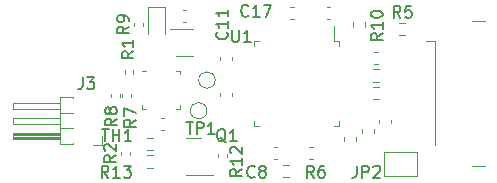
<source format=gbr>
%TF.GenerationSoftware,KiCad,Pcbnew,(7.0.0)*%
%TF.CreationDate,2023-03-08T14:18:51-08:00*%
%TF.ProjectId,ovrdrive,6f767264-7269-4766-952e-6b696361645f,rev?*%
%TF.SameCoordinates,Original*%
%TF.FileFunction,Legend,Top*%
%TF.FilePolarity,Positive*%
%FSLAX46Y46*%
G04 Gerber Fmt 4.6, Leading zero omitted, Abs format (unit mm)*
G04 Created by KiCad (PCBNEW (7.0.0)) date 2023-03-08 14:18:51*
%MOMM*%
%LPD*%
G01*
G04 APERTURE LIST*
%ADD10C,0.150000*%
%ADD11C,0.120000*%
G04 APERTURE END LIST*
D10*
%TO.C,TP1*%
X119938095Y-106667380D02*
X120509523Y-106667380D01*
X120223809Y-107667380D02*
X120223809Y-106667380D01*
X120842857Y-107667380D02*
X120842857Y-106667380D01*
X120842857Y-106667380D02*
X121223809Y-106667380D01*
X121223809Y-106667380D02*
X121319047Y-106715000D01*
X121319047Y-106715000D02*
X121366666Y-106762619D01*
X121366666Y-106762619D02*
X121414285Y-106857857D01*
X121414285Y-106857857D02*
X121414285Y-107000714D01*
X121414285Y-107000714D02*
X121366666Y-107095952D01*
X121366666Y-107095952D02*
X121319047Y-107143571D01*
X121319047Y-107143571D02*
X121223809Y-107191190D01*
X121223809Y-107191190D02*
X120842857Y-107191190D01*
X122366666Y-107667380D02*
X121795238Y-107667380D01*
X122080952Y-107667380D02*
X122080952Y-106667380D01*
X122080952Y-106667380D02*
X121985714Y-106810238D01*
X121985714Y-106810238D02*
X121890476Y-106905476D01*
X121890476Y-106905476D02*
X121795238Y-106953095D01*
%TO.C,R12*%
X124667380Y-110642857D02*
X124191190Y-110976190D01*
X124667380Y-111214285D02*
X123667380Y-111214285D01*
X123667380Y-111214285D02*
X123667380Y-110833333D01*
X123667380Y-110833333D02*
X123715000Y-110738095D01*
X123715000Y-110738095D02*
X123762619Y-110690476D01*
X123762619Y-110690476D02*
X123857857Y-110642857D01*
X123857857Y-110642857D02*
X124000714Y-110642857D01*
X124000714Y-110642857D02*
X124095952Y-110690476D01*
X124095952Y-110690476D02*
X124143571Y-110738095D01*
X124143571Y-110738095D02*
X124191190Y-110833333D01*
X124191190Y-110833333D02*
X124191190Y-111214285D01*
X124667380Y-109690476D02*
X124667380Y-110261904D01*
X124667380Y-109976190D02*
X123667380Y-109976190D01*
X123667380Y-109976190D02*
X123810238Y-110071428D01*
X123810238Y-110071428D02*
X123905476Y-110166666D01*
X123905476Y-110166666D02*
X123953095Y-110261904D01*
X123762619Y-109309523D02*
X123715000Y-109261904D01*
X123715000Y-109261904D02*
X123667380Y-109166666D01*
X123667380Y-109166666D02*
X123667380Y-108928571D01*
X123667380Y-108928571D02*
X123715000Y-108833333D01*
X123715000Y-108833333D02*
X123762619Y-108785714D01*
X123762619Y-108785714D02*
X123857857Y-108738095D01*
X123857857Y-108738095D02*
X123953095Y-108738095D01*
X123953095Y-108738095D02*
X124095952Y-108785714D01*
X124095952Y-108785714D02*
X124667380Y-109357142D01*
X124667380Y-109357142D02*
X124667380Y-108738095D01*
%TO.C,C17*%
X125207142Y-97622142D02*
X125159523Y-97669761D01*
X125159523Y-97669761D02*
X125016666Y-97717380D01*
X125016666Y-97717380D02*
X124921428Y-97717380D01*
X124921428Y-97717380D02*
X124778571Y-97669761D01*
X124778571Y-97669761D02*
X124683333Y-97574523D01*
X124683333Y-97574523D02*
X124635714Y-97479285D01*
X124635714Y-97479285D02*
X124588095Y-97288809D01*
X124588095Y-97288809D02*
X124588095Y-97145952D01*
X124588095Y-97145952D02*
X124635714Y-96955476D01*
X124635714Y-96955476D02*
X124683333Y-96860238D01*
X124683333Y-96860238D02*
X124778571Y-96765000D01*
X124778571Y-96765000D02*
X124921428Y-96717380D01*
X124921428Y-96717380D02*
X125016666Y-96717380D01*
X125016666Y-96717380D02*
X125159523Y-96765000D01*
X125159523Y-96765000D02*
X125207142Y-96812619D01*
X126159523Y-97717380D02*
X125588095Y-97717380D01*
X125873809Y-97717380D02*
X125873809Y-96717380D01*
X125873809Y-96717380D02*
X125778571Y-96860238D01*
X125778571Y-96860238D02*
X125683333Y-96955476D01*
X125683333Y-96955476D02*
X125588095Y-97003095D01*
X126492857Y-96717380D02*
X127159523Y-96717380D01*
X127159523Y-96717380D02*
X126730952Y-97717380D01*
%TO.C,R13*%
X113357142Y-111367380D02*
X113023809Y-110891190D01*
X112785714Y-111367380D02*
X112785714Y-110367380D01*
X112785714Y-110367380D02*
X113166666Y-110367380D01*
X113166666Y-110367380D02*
X113261904Y-110415000D01*
X113261904Y-110415000D02*
X113309523Y-110462619D01*
X113309523Y-110462619D02*
X113357142Y-110557857D01*
X113357142Y-110557857D02*
X113357142Y-110700714D01*
X113357142Y-110700714D02*
X113309523Y-110795952D01*
X113309523Y-110795952D02*
X113261904Y-110843571D01*
X113261904Y-110843571D02*
X113166666Y-110891190D01*
X113166666Y-110891190D02*
X112785714Y-110891190D01*
X114309523Y-111367380D02*
X113738095Y-111367380D01*
X114023809Y-111367380D02*
X114023809Y-110367380D01*
X114023809Y-110367380D02*
X113928571Y-110510238D01*
X113928571Y-110510238D02*
X113833333Y-110605476D01*
X113833333Y-110605476D02*
X113738095Y-110653095D01*
X114642857Y-110367380D02*
X115261904Y-110367380D01*
X115261904Y-110367380D02*
X114928571Y-110748333D01*
X114928571Y-110748333D02*
X115071428Y-110748333D01*
X115071428Y-110748333D02*
X115166666Y-110795952D01*
X115166666Y-110795952D02*
X115214285Y-110843571D01*
X115214285Y-110843571D02*
X115261904Y-110938809D01*
X115261904Y-110938809D02*
X115261904Y-111176904D01*
X115261904Y-111176904D02*
X115214285Y-111272142D01*
X115214285Y-111272142D02*
X115166666Y-111319761D01*
X115166666Y-111319761D02*
X115071428Y-111367380D01*
X115071428Y-111367380D02*
X114785714Y-111367380D01*
X114785714Y-111367380D02*
X114690476Y-111319761D01*
X114690476Y-111319761D02*
X114642857Y-111272142D01*
%TO.C,R5*%
X138083333Y-97817380D02*
X137750000Y-97341190D01*
X137511905Y-97817380D02*
X137511905Y-96817380D01*
X137511905Y-96817380D02*
X137892857Y-96817380D01*
X137892857Y-96817380D02*
X137988095Y-96865000D01*
X137988095Y-96865000D02*
X138035714Y-96912619D01*
X138035714Y-96912619D02*
X138083333Y-97007857D01*
X138083333Y-97007857D02*
X138083333Y-97150714D01*
X138083333Y-97150714D02*
X138035714Y-97245952D01*
X138035714Y-97245952D02*
X137988095Y-97293571D01*
X137988095Y-97293571D02*
X137892857Y-97341190D01*
X137892857Y-97341190D02*
X137511905Y-97341190D01*
X138988095Y-96817380D02*
X138511905Y-96817380D01*
X138511905Y-96817380D02*
X138464286Y-97293571D01*
X138464286Y-97293571D02*
X138511905Y-97245952D01*
X138511905Y-97245952D02*
X138607143Y-97198333D01*
X138607143Y-97198333D02*
X138845238Y-97198333D01*
X138845238Y-97198333D02*
X138940476Y-97245952D01*
X138940476Y-97245952D02*
X138988095Y-97293571D01*
X138988095Y-97293571D02*
X139035714Y-97388809D01*
X139035714Y-97388809D02*
X139035714Y-97626904D01*
X139035714Y-97626904D02*
X138988095Y-97722142D01*
X138988095Y-97722142D02*
X138940476Y-97769761D01*
X138940476Y-97769761D02*
X138845238Y-97817380D01*
X138845238Y-97817380D02*
X138607143Y-97817380D01*
X138607143Y-97817380D02*
X138511905Y-97769761D01*
X138511905Y-97769761D02*
X138464286Y-97722142D01*
%TO.C,R7*%
X115667380Y-106466666D02*
X115191190Y-106799999D01*
X115667380Y-107038094D02*
X114667380Y-107038094D01*
X114667380Y-107038094D02*
X114667380Y-106657142D01*
X114667380Y-106657142D02*
X114715000Y-106561904D01*
X114715000Y-106561904D02*
X114762619Y-106514285D01*
X114762619Y-106514285D02*
X114857857Y-106466666D01*
X114857857Y-106466666D02*
X115000714Y-106466666D01*
X115000714Y-106466666D02*
X115095952Y-106514285D01*
X115095952Y-106514285D02*
X115143571Y-106561904D01*
X115143571Y-106561904D02*
X115191190Y-106657142D01*
X115191190Y-106657142D02*
X115191190Y-107038094D01*
X114667380Y-106133332D02*
X114667380Y-105466666D01*
X114667380Y-105466666D02*
X115667380Y-105895237D01*
%TO.C,J3*%
X111166666Y-102867380D02*
X111166666Y-103581666D01*
X111166666Y-103581666D02*
X111119047Y-103724523D01*
X111119047Y-103724523D02*
X111023809Y-103819761D01*
X111023809Y-103819761D02*
X110880952Y-103867380D01*
X110880952Y-103867380D02*
X110785714Y-103867380D01*
X111547619Y-102867380D02*
X112166666Y-102867380D01*
X112166666Y-102867380D02*
X111833333Y-103248333D01*
X111833333Y-103248333D02*
X111976190Y-103248333D01*
X111976190Y-103248333D02*
X112071428Y-103295952D01*
X112071428Y-103295952D02*
X112119047Y-103343571D01*
X112119047Y-103343571D02*
X112166666Y-103438809D01*
X112166666Y-103438809D02*
X112166666Y-103676904D01*
X112166666Y-103676904D02*
X112119047Y-103772142D01*
X112119047Y-103772142D02*
X112071428Y-103819761D01*
X112071428Y-103819761D02*
X111976190Y-103867380D01*
X111976190Y-103867380D02*
X111690476Y-103867380D01*
X111690476Y-103867380D02*
X111595238Y-103819761D01*
X111595238Y-103819761D02*
X111547619Y-103772142D01*
%TO.C,R1*%
X115467380Y-100666666D02*
X114991190Y-100999999D01*
X115467380Y-101238094D02*
X114467380Y-101238094D01*
X114467380Y-101238094D02*
X114467380Y-100857142D01*
X114467380Y-100857142D02*
X114515000Y-100761904D01*
X114515000Y-100761904D02*
X114562619Y-100714285D01*
X114562619Y-100714285D02*
X114657857Y-100666666D01*
X114657857Y-100666666D02*
X114800714Y-100666666D01*
X114800714Y-100666666D02*
X114895952Y-100714285D01*
X114895952Y-100714285D02*
X114943571Y-100761904D01*
X114943571Y-100761904D02*
X114991190Y-100857142D01*
X114991190Y-100857142D02*
X114991190Y-101238094D01*
X115467380Y-99714285D02*
X115467380Y-100285713D01*
X115467380Y-99999999D02*
X114467380Y-99999999D01*
X114467380Y-99999999D02*
X114610238Y-100095237D01*
X114610238Y-100095237D02*
X114705476Y-100190475D01*
X114705476Y-100190475D02*
X114753095Y-100285713D01*
%TO.C,C8*%
X125733333Y-111272142D02*
X125685714Y-111319761D01*
X125685714Y-111319761D02*
X125542857Y-111367380D01*
X125542857Y-111367380D02*
X125447619Y-111367380D01*
X125447619Y-111367380D02*
X125304762Y-111319761D01*
X125304762Y-111319761D02*
X125209524Y-111224523D01*
X125209524Y-111224523D02*
X125161905Y-111129285D01*
X125161905Y-111129285D02*
X125114286Y-110938809D01*
X125114286Y-110938809D02*
X125114286Y-110795952D01*
X125114286Y-110795952D02*
X125161905Y-110605476D01*
X125161905Y-110605476D02*
X125209524Y-110510238D01*
X125209524Y-110510238D02*
X125304762Y-110415000D01*
X125304762Y-110415000D02*
X125447619Y-110367380D01*
X125447619Y-110367380D02*
X125542857Y-110367380D01*
X125542857Y-110367380D02*
X125685714Y-110415000D01*
X125685714Y-110415000D02*
X125733333Y-110462619D01*
X126304762Y-110795952D02*
X126209524Y-110748333D01*
X126209524Y-110748333D02*
X126161905Y-110700714D01*
X126161905Y-110700714D02*
X126114286Y-110605476D01*
X126114286Y-110605476D02*
X126114286Y-110557857D01*
X126114286Y-110557857D02*
X126161905Y-110462619D01*
X126161905Y-110462619D02*
X126209524Y-110415000D01*
X126209524Y-110415000D02*
X126304762Y-110367380D01*
X126304762Y-110367380D02*
X126495238Y-110367380D01*
X126495238Y-110367380D02*
X126590476Y-110415000D01*
X126590476Y-110415000D02*
X126638095Y-110462619D01*
X126638095Y-110462619D02*
X126685714Y-110557857D01*
X126685714Y-110557857D02*
X126685714Y-110605476D01*
X126685714Y-110605476D02*
X126638095Y-110700714D01*
X126638095Y-110700714D02*
X126590476Y-110748333D01*
X126590476Y-110748333D02*
X126495238Y-110795952D01*
X126495238Y-110795952D02*
X126304762Y-110795952D01*
X126304762Y-110795952D02*
X126209524Y-110843571D01*
X126209524Y-110843571D02*
X126161905Y-110891190D01*
X126161905Y-110891190D02*
X126114286Y-110986428D01*
X126114286Y-110986428D02*
X126114286Y-111176904D01*
X126114286Y-111176904D02*
X126161905Y-111272142D01*
X126161905Y-111272142D02*
X126209524Y-111319761D01*
X126209524Y-111319761D02*
X126304762Y-111367380D01*
X126304762Y-111367380D02*
X126495238Y-111367380D01*
X126495238Y-111367380D02*
X126590476Y-111319761D01*
X126590476Y-111319761D02*
X126638095Y-111272142D01*
X126638095Y-111272142D02*
X126685714Y-111176904D01*
X126685714Y-111176904D02*
X126685714Y-110986428D01*
X126685714Y-110986428D02*
X126638095Y-110891190D01*
X126638095Y-110891190D02*
X126590476Y-110843571D01*
X126590476Y-110843571D02*
X126495238Y-110795952D01*
%TO.C,Q1*%
X123304761Y-108362619D02*
X123209523Y-108315000D01*
X123209523Y-108315000D02*
X123114285Y-108219761D01*
X123114285Y-108219761D02*
X122971428Y-108076904D01*
X122971428Y-108076904D02*
X122876190Y-108029285D01*
X122876190Y-108029285D02*
X122780952Y-108029285D01*
X122828571Y-108267380D02*
X122733333Y-108219761D01*
X122733333Y-108219761D02*
X122638095Y-108124523D01*
X122638095Y-108124523D02*
X122590476Y-107934047D01*
X122590476Y-107934047D02*
X122590476Y-107600714D01*
X122590476Y-107600714D02*
X122638095Y-107410238D01*
X122638095Y-107410238D02*
X122733333Y-107315000D01*
X122733333Y-107315000D02*
X122828571Y-107267380D01*
X122828571Y-107267380D02*
X123019047Y-107267380D01*
X123019047Y-107267380D02*
X123114285Y-107315000D01*
X123114285Y-107315000D02*
X123209523Y-107410238D01*
X123209523Y-107410238D02*
X123257142Y-107600714D01*
X123257142Y-107600714D02*
X123257142Y-107934047D01*
X123257142Y-107934047D02*
X123209523Y-108124523D01*
X123209523Y-108124523D02*
X123114285Y-108219761D01*
X123114285Y-108219761D02*
X123019047Y-108267380D01*
X123019047Y-108267380D02*
X122828571Y-108267380D01*
X124209523Y-108267380D02*
X123638095Y-108267380D01*
X123923809Y-108267380D02*
X123923809Y-107267380D01*
X123923809Y-107267380D02*
X123828571Y-107410238D01*
X123828571Y-107410238D02*
X123733333Y-107505476D01*
X123733333Y-107505476D02*
X123638095Y-107553095D01*
%TO.C,JP2*%
X134366666Y-110367380D02*
X134366666Y-111081666D01*
X134366666Y-111081666D02*
X134319047Y-111224523D01*
X134319047Y-111224523D02*
X134223809Y-111319761D01*
X134223809Y-111319761D02*
X134080952Y-111367380D01*
X134080952Y-111367380D02*
X133985714Y-111367380D01*
X134842857Y-111367380D02*
X134842857Y-110367380D01*
X134842857Y-110367380D02*
X135223809Y-110367380D01*
X135223809Y-110367380D02*
X135319047Y-110415000D01*
X135319047Y-110415000D02*
X135366666Y-110462619D01*
X135366666Y-110462619D02*
X135414285Y-110557857D01*
X135414285Y-110557857D02*
X135414285Y-110700714D01*
X135414285Y-110700714D02*
X135366666Y-110795952D01*
X135366666Y-110795952D02*
X135319047Y-110843571D01*
X135319047Y-110843571D02*
X135223809Y-110891190D01*
X135223809Y-110891190D02*
X134842857Y-110891190D01*
X135795238Y-110462619D02*
X135842857Y-110415000D01*
X135842857Y-110415000D02*
X135938095Y-110367380D01*
X135938095Y-110367380D02*
X136176190Y-110367380D01*
X136176190Y-110367380D02*
X136271428Y-110415000D01*
X136271428Y-110415000D02*
X136319047Y-110462619D01*
X136319047Y-110462619D02*
X136366666Y-110557857D01*
X136366666Y-110557857D02*
X136366666Y-110653095D01*
X136366666Y-110653095D02*
X136319047Y-110795952D01*
X136319047Y-110795952D02*
X135747619Y-111367380D01*
X135747619Y-111367380D02*
X136366666Y-111367380D01*
%TO.C,R9*%
X115097380Y-98566666D02*
X114621190Y-98899999D01*
X115097380Y-99138094D02*
X114097380Y-99138094D01*
X114097380Y-99138094D02*
X114097380Y-98757142D01*
X114097380Y-98757142D02*
X114145000Y-98661904D01*
X114145000Y-98661904D02*
X114192619Y-98614285D01*
X114192619Y-98614285D02*
X114287857Y-98566666D01*
X114287857Y-98566666D02*
X114430714Y-98566666D01*
X114430714Y-98566666D02*
X114525952Y-98614285D01*
X114525952Y-98614285D02*
X114573571Y-98661904D01*
X114573571Y-98661904D02*
X114621190Y-98757142D01*
X114621190Y-98757142D02*
X114621190Y-99138094D01*
X115097380Y-98090475D02*
X115097380Y-97899999D01*
X115097380Y-97899999D02*
X115049761Y-97804761D01*
X115049761Y-97804761D02*
X115002142Y-97757142D01*
X115002142Y-97757142D02*
X114859285Y-97661904D01*
X114859285Y-97661904D02*
X114668809Y-97614285D01*
X114668809Y-97614285D02*
X114287857Y-97614285D01*
X114287857Y-97614285D02*
X114192619Y-97661904D01*
X114192619Y-97661904D02*
X114145000Y-97709523D01*
X114145000Y-97709523D02*
X114097380Y-97804761D01*
X114097380Y-97804761D02*
X114097380Y-97995237D01*
X114097380Y-97995237D02*
X114145000Y-98090475D01*
X114145000Y-98090475D02*
X114192619Y-98138094D01*
X114192619Y-98138094D02*
X114287857Y-98185713D01*
X114287857Y-98185713D02*
X114525952Y-98185713D01*
X114525952Y-98185713D02*
X114621190Y-98138094D01*
X114621190Y-98138094D02*
X114668809Y-98090475D01*
X114668809Y-98090475D02*
X114716428Y-97995237D01*
X114716428Y-97995237D02*
X114716428Y-97804761D01*
X114716428Y-97804761D02*
X114668809Y-97709523D01*
X114668809Y-97709523D02*
X114621190Y-97661904D01*
X114621190Y-97661904D02*
X114525952Y-97614285D01*
%TO.C,R10*%
X136567380Y-99142857D02*
X136091190Y-99476190D01*
X136567380Y-99714285D02*
X135567380Y-99714285D01*
X135567380Y-99714285D02*
X135567380Y-99333333D01*
X135567380Y-99333333D02*
X135615000Y-99238095D01*
X135615000Y-99238095D02*
X135662619Y-99190476D01*
X135662619Y-99190476D02*
X135757857Y-99142857D01*
X135757857Y-99142857D02*
X135900714Y-99142857D01*
X135900714Y-99142857D02*
X135995952Y-99190476D01*
X135995952Y-99190476D02*
X136043571Y-99238095D01*
X136043571Y-99238095D02*
X136091190Y-99333333D01*
X136091190Y-99333333D02*
X136091190Y-99714285D01*
X136567380Y-98190476D02*
X136567380Y-98761904D01*
X136567380Y-98476190D02*
X135567380Y-98476190D01*
X135567380Y-98476190D02*
X135710238Y-98571428D01*
X135710238Y-98571428D02*
X135805476Y-98666666D01*
X135805476Y-98666666D02*
X135853095Y-98761904D01*
X135567380Y-97571428D02*
X135567380Y-97476190D01*
X135567380Y-97476190D02*
X135615000Y-97380952D01*
X135615000Y-97380952D02*
X135662619Y-97333333D01*
X135662619Y-97333333D02*
X135757857Y-97285714D01*
X135757857Y-97285714D02*
X135948333Y-97238095D01*
X135948333Y-97238095D02*
X136186428Y-97238095D01*
X136186428Y-97238095D02*
X136376904Y-97285714D01*
X136376904Y-97285714D02*
X136472142Y-97333333D01*
X136472142Y-97333333D02*
X136519761Y-97380952D01*
X136519761Y-97380952D02*
X136567380Y-97476190D01*
X136567380Y-97476190D02*
X136567380Y-97571428D01*
X136567380Y-97571428D02*
X136519761Y-97666666D01*
X136519761Y-97666666D02*
X136472142Y-97714285D01*
X136472142Y-97714285D02*
X136376904Y-97761904D01*
X136376904Y-97761904D02*
X136186428Y-97809523D01*
X136186428Y-97809523D02*
X135948333Y-97809523D01*
X135948333Y-97809523D02*
X135757857Y-97761904D01*
X135757857Y-97761904D02*
X135662619Y-97714285D01*
X135662619Y-97714285D02*
X135615000Y-97666666D01*
X135615000Y-97666666D02*
X135567380Y-97571428D01*
%TO.C,R2*%
X113997380Y-109466666D02*
X113521190Y-109799999D01*
X113997380Y-110038094D02*
X112997380Y-110038094D01*
X112997380Y-110038094D02*
X112997380Y-109657142D01*
X112997380Y-109657142D02*
X113045000Y-109561904D01*
X113045000Y-109561904D02*
X113092619Y-109514285D01*
X113092619Y-109514285D02*
X113187857Y-109466666D01*
X113187857Y-109466666D02*
X113330714Y-109466666D01*
X113330714Y-109466666D02*
X113425952Y-109514285D01*
X113425952Y-109514285D02*
X113473571Y-109561904D01*
X113473571Y-109561904D02*
X113521190Y-109657142D01*
X113521190Y-109657142D02*
X113521190Y-110038094D01*
X113092619Y-109085713D02*
X113045000Y-109038094D01*
X113045000Y-109038094D02*
X112997380Y-108942856D01*
X112997380Y-108942856D02*
X112997380Y-108704761D01*
X112997380Y-108704761D02*
X113045000Y-108609523D01*
X113045000Y-108609523D02*
X113092619Y-108561904D01*
X113092619Y-108561904D02*
X113187857Y-108514285D01*
X113187857Y-108514285D02*
X113283095Y-108514285D01*
X113283095Y-108514285D02*
X113425952Y-108561904D01*
X113425952Y-108561904D02*
X113997380Y-109133332D01*
X113997380Y-109133332D02*
X113997380Y-108514285D01*
%TO.C,TH1*%
X112814286Y-107267380D02*
X113385714Y-107267380D01*
X113100000Y-108267380D02*
X113100000Y-107267380D01*
X113719048Y-108267380D02*
X113719048Y-107267380D01*
X113719048Y-107743571D02*
X114290476Y-107743571D01*
X114290476Y-108267380D02*
X114290476Y-107267380D01*
X115290476Y-108267380D02*
X114719048Y-108267380D01*
X115004762Y-108267380D02*
X115004762Y-107267380D01*
X115004762Y-107267380D02*
X114909524Y-107410238D01*
X114909524Y-107410238D02*
X114814286Y-107505476D01*
X114814286Y-107505476D02*
X114719048Y-107553095D01*
%TO.C,C11*%
X123372142Y-99042857D02*
X123419761Y-99090476D01*
X123419761Y-99090476D02*
X123467380Y-99233333D01*
X123467380Y-99233333D02*
X123467380Y-99328571D01*
X123467380Y-99328571D02*
X123419761Y-99471428D01*
X123419761Y-99471428D02*
X123324523Y-99566666D01*
X123324523Y-99566666D02*
X123229285Y-99614285D01*
X123229285Y-99614285D02*
X123038809Y-99661904D01*
X123038809Y-99661904D02*
X122895952Y-99661904D01*
X122895952Y-99661904D02*
X122705476Y-99614285D01*
X122705476Y-99614285D02*
X122610238Y-99566666D01*
X122610238Y-99566666D02*
X122515000Y-99471428D01*
X122515000Y-99471428D02*
X122467380Y-99328571D01*
X122467380Y-99328571D02*
X122467380Y-99233333D01*
X122467380Y-99233333D02*
X122515000Y-99090476D01*
X122515000Y-99090476D02*
X122562619Y-99042857D01*
X123467380Y-98090476D02*
X123467380Y-98661904D01*
X123467380Y-98376190D02*
X122467380Y-98376190D01*
X122467380Y-98376190D02*
X122610238Y-98471428D01*
X122610238Y-98471428D02*
X122705476Y-98566666D01*
X122705476Y-98566666D02*
X122753095Y-98661904D01*
X123467380Y-97138095D02*
X123467380Y-97709523D01*
X123467380Y-97423809D02*
X122467380Y-97423809D01*
X122467380Y-97423809D02*
X122610238Y-97519047D01*
X122610238Y-97519047D02*
X122705476Y-97614285D01*
X122705476Y-97614285D02*
X122753095Y-97709523D01*
%TO.C,R6*%
X130733333Y-111367380D02*
X130400000Y-110891190D01*
X130161905Y-111367380D02*
X130161905Y-110367380D01*
X130161905Y-110367380D02*
X130542857Y-110367380D01*
X130542857Y-110367380D02*
X130638095Y-110415000D01*
X130638095Y-110415000D02*
X130685714Y-110462619D01*
X130685714Y-110462619D02*
X130733333Y-110557857D01*
X130733333Y-110557857D02*
X130733333Y-110700714D01*
X130733333Y-110700714D02*
X130685714Y-110795952D01*
X130685714Y-110795952D02*
X130638095Y-110843571D01*
X130638095Y-110843571D02*
X130542857Y-110891190D01*
X130542857Y-110891190D02*
X130161905Y-110891190D01*
X131590476Y-110367380D02*
X131400000Y-110367380D01*
X131400000Y-110367380D02*
X131304762Y-110415000D01*
X131304762Y-110415000D02*
X131257143Y-110462619D01*
X131257143Y-110462619D02*
X131161905Y-110605476D01*
X131161905Y-110605476D02*
X131114286Y-110795952D01*
X131114286Y-110795952D02*
X131114286Y-111176904D01*
X131114286Y-111176904D02*
X131161905Y-111272142D01*
X131161905Y-111272142D02*
X131209524Y-111319761D01*
X131209524Y-111319761D02*
X131304762Y-111367380D01*
X131304762Y-111367380D02*
X131495238Y-111367380D01*
X131495238Y-111367380D02*
X131590476Y-111319761D01*
X131590476Y-111319761D02*
X131638095Y-111272142D01*
X131638095Y-111272142D02*
X131685714Y-111176904D01*
X131685714Y-111176904D02*
X131685714Y-110938809D01*
X131685714Y-110938809D02*
X131638095Y-110843571D01*
X131638095Y-110843571D02*
X131590476Y-110795952D01*
X131590476Y-110795952D02*
X131495238Y-110748333D01*
X131495238Y-110748333D02*
X131304762Y-110748333D01*
X131304762Y-110748333D02*
X131209524Y-110795952D01*
X131209524Y-110795952D02*
X131161905Y-110843571D01*
X131161905Y-110843571D02*
X131114286Y-110938809D01*
%TO.C,R8*%
X114067380Y-106366666D02*
X113591190Y-106699999D01*
X114067380Y-106938094D02*
X113067380Y-106938094D01*
X113067380Y-106938094D02*
X113067380Y-106557142D01*
X113067380Y-106557142D02*
X113115000Y-106461904D01*
X113115000Y-106461904D02*
X113162619Y-106414285D01*
X113162619Y-106414285D02*
X113257857Y-106366666D01*
X113257857Y-106366666D02*
X113400714Y-106366666D01*
X113400714Y-106366666D02*
X113495952Y-106414285D01*
X113495952Y-106414285D02*
X113543571Y-106461904D01*
X113543571Y-106461904D02*
X113591190Y-106557142D01*
X113591190Y-106557142D02*
X113591190Y-106938094D01*
X113495952Y-105795237D02*
X113448333Y-105890475D01*
X113448333Y-105890475D02*
X113400714Y-105938094D01*
X113400714Y-105938094D02*
X113305476Y-105985713D01*
X113305476Y-105985713D02*
X113257857Y-105985713D01*
X113257857Y-105985713D02*
X113162619Y-105938094D01*
X113162619Y-105938094D02*
X113115000Y-105890475D01*
X113115000Y-105890475D02*
X113067380Y-105795237D01*
X113067380Y-105795237D02*
X113067380Y-105604761D01*
X113067380Y-105604761D02*
X113115000Y-105509523D01*
X113115000Y-105509523D02*
X113162619Y-105461904D01*
X113162619Y-105461904D02*
X113257857Y-105414285D01*
X113257857Y-105414285D02*
X113305476Y-105414285D01*
X113305476Y-105414285D02*
X113400714Y-105461904D01*
X113400714Y-105461904D02*
X113448333Y-105509523D01*
X113448333Y-105509523D02*
X113495952Y-105604761D01*
X113495952Y-105604761D02*
X113495952Y-105795237D01*
X113495952Y-105795237D02*
X113543571Y-105890475D01*
X113543571Y-105890475D02*
X113591190Y-105938094D01*
X113591190Y-105938094D02*
X113686428Y-105985713D01*
X113686428Y-105985713D02*
X113876904Y-105985713D01*
X113876904Y-105985713D02*
X113972142Y-105938094D01*
X113972142Y-105938094D02*
X114019761Y-105890475D01*
X114019761Y-105890475D02*
X114067380Y-105795237D01*
X114067380Y-105795237D02*
X114067380Y-105604761D01*
X114067380Y-105604761D02*
X114019761Y-105509523D01*
X114019761Y-105509523D02*
X113972142Y-105461904D01*
X113972142Y-105461904D02*
X113876904Y-105414285D01*
X113876904Y-105414285D02*
X113686428Y-105414285D01*
X113686428Y-105414285D02*
X113591190Y-105461904D01*
X113591190Y-105461904D02*
X113543571Y-105509523D01*
X113543571Y-105509523D02*
X113495952Y-105604761D01*
%TO.C,U1*%
X123838095Y-98867380D02*
X123838095Y-99676904D01*
X123838095Y-99676904D02*
X123885714Y-99772142D01*
X123885714Y-99772142D02*
X123933333Y-99819761D01*
X123933333Y-99819761D02*
X124028571Y-99867380D01*
X124028571Y-99867380D02*
X124219047Y-99867380D01*
X124219047Y-99867380D02*
X124314285Y-99819761D01*
X124314285Y-99819761D02*
X124361904Y-99772142D01*
X124361904Y-99772142D02*
X124409523Y-99676904D01*
X124409523Y-99676904D02*
X124409523Y-98867380D01*
X125409523Y-99867380D02*
X124838095Y-99867380D01*
X125123809Y-99867380D02*
X125123809Y-98867380D01*
X125123809Y-98867380D02*
X125028571Y-99010238D01*
X125028571Y-99010238D02*
X124933333Y-99105476D01*
X124933333Y-99105476D02*
X124838095Y-99153095D01*
D11*
%TO.C,TP1*%
X121700000Y-105700000D02*
G75*
G03*
X121700000Y-105700000I-700000J0D01*
G01*
%TO.C,D1*%
X118185000Y-96915000D02*
X116715000Y-96915000D01*
X116715000Y-96915000D02*
X116715000Y-99200000D01*
X118185000Y-99200000D02*
X118185000Y-96915000D01*
%TO.C,R12*%
X122672500Y-109643641D02*
X122672500Y-109336359D01*
X123432500Y-109643641D02*
X123432500Y-109336359D01*
%TO.C,C17*%
X129040580Y-97910000D02*
X128759420Y-97910000D01*
X129040580Y-96890000D02*
X128759420Y-96890000D01*
%TO.C,R13*%
X116662742Y-109477500D02*
X117137258Y-109477500D01*
X116662742Y-110522500D02*
X117137258Y-110522500D01*
%TO.C,C7*%
X131859420Y-96890000D02*
X132140580Y-96890000D01*
X131859420Y-97910000D02*
X132140580Y-97910000D01*
%TO.C,C18*%
X119940580Y-98210000D02*
X119659420Y-98210000D01*
X119940580Y-97190000D02*
X119659420Y-97190000D01*
%TO.C,R4*%
X136237258Y-103222500D02*
X135762742Y-103222500D01*
X136237258Y-102177500D02*
X135762742Y-102177500D01*
%TO.C,R5*%
X138462258Y-99322500D02*
X137987742Y-99322500D01*
X138462258Y-98277500D02*
X137987742Y-98277500D01*
%TO.C,C6*%
X135810000Y-107259420D02*
X135810000Y-107540580D01*
X134790000Y-107259420D02*
X134790000Y-107540580D01*
%TO.C,R7*%
X114545000Y-104553641D02*
X114545000Y-104246359D01*
X115305000Y-104553641D02*
X115305000Y-104246359D01*
%TO.C,J1*%
X140980000Y-99800000D02*
X140225000Y-99800000D01*
X140980000Y-99800000D02*
X140980000Y-108600000D01*
X144150000Y-98055000D02*
X145200000Y-98055000D01*
X144150000Y-110345000D02*
X145200000Y-110345000D01*
%TO.C,C10*%
X123810000Y-104159420D02*
X123810000Y-104440580D01*
X122790000Y-104159420D02*
X122790000Y-104440580D01*
%TO.C,U4*%
X119100000Y-101060000D02*
X120500000Y-101060000D01*
X120500000Y-98740000D02*
X118600000Y-98740000D01*
%TO.C,J3*%
X112830000Y-108560000D02*
X112070000Y-108560000D01*
X112830000Y-107800000D02*
X112830000Y-108560000D01*
X110360000Y-108495000D02*
X109240000Y-108495000D01*
X110360000Y-108419677D02*
X110360000Y-108495000D01*
X110360000Y-107180323D02*
X110360000Y-107149677D01*
X110360000Y-107165000D02*
X109240000Y-107165000D01*
X110360000Y-105910323D02*
X110360000Y-105879677D01*
X110360000Y-105895000D02*
X109240000Y-105895000D01*
X110360000Y-104565000D02*
X110360000Y-104640323D01*
X109240000Y-108495000D02*
X109240000Y-104565000D01*
X109240000Y-108060000D02*
X105240000Y-108060000D01*
X109240000Y-108000000D02*
X105240000Y-108000000D01*
X109240000Y-107880000D02*
X105240000Y-107880000D01*
X109240000Y-107760000D02*
X105240000Y-107760000D01*
X109240000Y-107640000D02*
X105240000Y-107640000D01*
X109240000Y-106790000D02*
X105240000Y-106790000D01*
X109240000Y-105520000D02*
X105240000Y-105520000D01*
X109240000Y-104565000D02*
X110360000Y-104565000D01*
X105240000Y-108060000D02*
X105240000Y-107540000D01*
X105240000Y-107540000D02*
X109240000Y-107540000D01*
X105240000Y-106790000D02*
X105240000Y-106270000D01*
X105240000Y-106270000D02*
X109240000Y-106270000D01*
X105240000Y-105520000D02*
X105240000Y-105000000D01*
X105240000Y-105000000D02*
X109240000Y-105000000D01*
%TO.C,R1*%
X115480000Y-102246359D02*
X115480000Y-102553641D01*
X114720000Y-102246359D02*
X114720000Y-102553641D01*
%TO.C,C8*%
X127640580Y-109810000D02*
X127359420Y-109810000D01*
X127640580Y-108790000D02*
X127359420Y-108790000D01*
%TO.C,Q1*%
X120562500Y-111110000D02*
X122237500Y-111110000D01*
X120562500Y-111110000D02*
X119912500Y-111110000D01*
X120562500Y-107990000D02*
X121212500Y-107990000D01*
X120562500Y-107990000D02*
X119912500Y-107990000D01*
%TO.C,TP2*%
X122400000Y-103100000D02*
G75*
G03*
X122400000Y-103100000I-700000J0D01*
G01*
%TO.C,C9*%
X137310000Y-106459420D02*
X137310000Y-106740580D01*
X136290000Y-106459420D02*
X136290000Y-106740580D01*
%TO.C,JP2*%
X139500000Y-111200000D02*
X136700000Y-111200000D01*
X139500000Y-109200000D02*
X139500000Y-111200000D01*
X136700000Y-111200000D02*
X136700000Y-109200000D01*
X136700000Y-109200000D02*
X139500000Y-109200000D01*
%TO.C,R9*%
X115520000Y-98553641D02*
X115520000Y-98246359D01*
X116280000Y-98553641D02*
X116280000Y-98246359D01*
%TO.C,R3*%
X136237258Y-104722500D02*
X135762742Y-104722500D01*
X136237258Y-103677500D02*
X135762742Y-103677500D01*
%TO.C,R10*%
X135122500Y-98162742D02*
X135122500Y-98637258D01*
X134077500Y-98162742D02*
X134077500Y-98637258D01*
%TO.C,R2*%
X114420000Y-109453641D02*
X114420000Y-109146359D01*
X115180000Y-109453641D02*
X115180000Y-109146359D01*
%TO.C,C4*%
X118065580Y-107310000D02*
X117784420Y-107310000D01*
X118065580Y-106290000D02*
X117784420Y-106290000D01*
%TO.C,C12*%
X130359420Y-108790000D02*
X130640580Y-108790000D01*
X130359420Y-109810000D02*
X130640580Y-109810000D01*
%TO.C,U3*%
X116215000Y-105510000D02*
X116215000Y-105185000D01*
X116540000Y-102290000D02*
X116215000Y-102290000D01*
X116540000Y-105510000D02*
X116215000Y-105510000D01*
X119110000Y-102290000D02*
X119435000Y-102290000D01*
X119110000Y-105510000D02*
X119435000Y-105510000D01*
X119435000Y-102290000D02*
X119435000Y-102615000D01*
X119435000Y-105510000D02*
X119435000Y-105185000D01*
%TO.C,TH1*%
X117137258Y-107977500D02*
X116662742Y-107977500D01*
X117137258Y-109022500D02*
X116662742Y-109022500D01*
%TO.C,C5*%
X134310000Y-107959420D02*
X134310000Y-108240580D01*
X133290000Y-107959420D02*
X133290000Y-108240580D01*
%TO.C,C11*%
X122790000Y-101440580D02*
X122790000Y-101159420D01*
X123810000Y-101440580D02*
X123810000Y-101159420D01*
%TO.C,C13*%
X135859420Y-100690000D02*
X136140580Y-100690000D01*
X135859420Y-101710000D02*
X136140580Y-101710000D01*
%TO.C,R6*%
X128637258Y-111322500D02*
X128162742Y-111322500D01*
X128637258Y-110277500D02*
X128162742Y-110277500D01*
%TO.C,R8*%
X114305000Y-104246359D02*
X114305000Y-104553641D01*
X113545000Y-104246359D02*
X113545000Y-104553641D01*
%TO.C,U1*%
X132910000Y-99790000D02*
X132460000Y-99790000D01*
X132460000Y-99790000D02*
X132460000Y-98500000D01*
X125690000Y-99790000D02*
X126140000Y-99790000D01*
X132910000Y-100240000D02*
X132910000Y-99790000D01*
X125690000Y-100240000D02*
X125690000Y-99790000D01*
X132910000Y-106560000D02*
X132910000Y-107010000D01*
X125690000Y-106560000D02*
X125690000Y-107010000D01*
X132910000Y-107010000D02*
X132460000Y-107010000D01*
X125690000Y-107010000D02*
X126140000Y-107010000D01*
%TD*%
M02*

</source>
